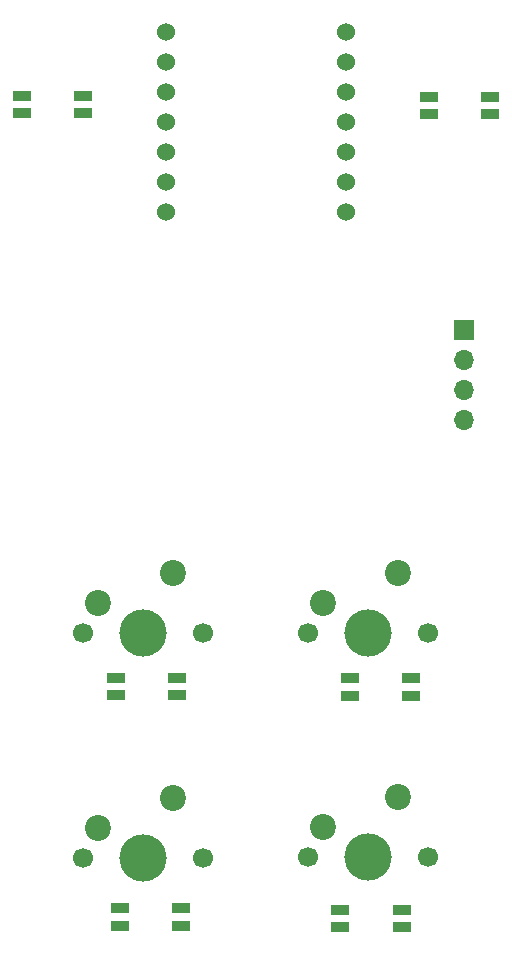
<source format=gbr>
%TF.GenerationSoftware,KiCad,Pcbnew,9.0.3*%
%TF.CreationDate,2026-01-29T20:12:38-03:00*%
%TF.ProjectId,hackpad,6861636b-7061-4642-9e6b-696361645f70,rev?*%
%TF.SameCoordinates,Original*%
%TF.FileFunction,Soldermask,Bot*%
%TF.FilePolarity,Negative*%
%FSLAX46Y46*%
G04 Gerber Fmt 4.6, Leading zero omitted, Abs format (unit mm)*
G04 Created by KiCad (PCBNEW 9.0.3) date 2026-01-29 20:12:38*
%MOMM*%
%LPD*%
G01*
G04 APERTURE LIST*
G04 Aperture macros list*
%AMRoundRect*
0 Rectangle with rounded corners*
0 $1 Rounding radius*
0 $2 $3 $4 $5 $6 $7 $8 $9 X,Y pos of 4 corners*
0 Add a 4 corners polygon primitive as box body*
4,1,4,$2,$3,$4,$5,$6,$7,$8,$9,$2,$3,0*
0 Add four circle primitives for the rounded corners*
1,1,$1+$1,$2,$3*
1,1,$1+$1,$4,$5*
1,1,$1+$1,$6,$7*
1,1,$1+$1,$8,$9*
0 Add four rect primitives between the rounded corners*
20,1,$1+$1,$2,$3,$4,$5,0*
20,1,$1+$1,$4,$5,$6,$7,0*
20,1,$1+$1,$6,$7,$8,$9,0*
20,1,$1+$1,$8,$9,$2,$3,0*%
G04 Aperture macros list end*
%ADD10R,1.700000X1.700000*%
%ADD11O,1.700000X1.700000*%
%ADD12RoundRect,0.082000X-0.718000X0.328000X-0.718000X-0.328000X0.718000X-0.328000X0.718000X0.328000X0*%
%ADD13C,1.700000*%
%ADD14C,4.000000*%
%ADD15C,2.200000*%
%ADD16C,1.524000*%
G04 APERTURE END LIST*
D10*
%TO.C,J1*%
X169490000Y-79305000D03*
D11*
X169490000Y-81845000D03*
X169490000Y-84385000D03*
X169490000Y-86925000D03*
%TD*%
D12*
%TO.C,D1*%
X140050001Y-108747158D03*
X140050001Y-110247158D03*
X145250001Y-110247158D03*
X145250001Y-108747158D03*
%TD*%
D13*
%TO.C,SW4*%
X156355000Y-123965000D03*
D14*
X161435000Y-123965000D03*
D13*
X166515000Y-123965000D03*
D15*
X163975000Y-118885000D03*
X157625000Y-121425000D03*
%TD*%
D12*
%TO.C,D2*%
X159837501Y-108799958D03*
X159837501Y-110299958D03*
X165037501Y-110299958D03*
X165037501Y-108799958D03*
%TD*%
%TO.C,D6*%
X132075001Y-59474958D03*
X132075001Y-60974958D03*
X137275001Y-60974958D03*
X137275001Y-59474958D03*
%TD*%
%TO.C,D4*%
X159037501Y-128399958D03*
X159037501Y-129899958D03*
X164237501Y-129899958D03*
X164237501Y-128399958D03*
%TD*%
D13*
%TO.C,SW1*%
X137305000Y-104965000D03*
D14*
X142385000Y-104965000D03*
D13*
X147465000Y-104965000D03*
D15*
X144925000Y-99885000D03*
X138575000Y-102425000D03*
%TD*%
D12*
%TO.C,D5*%
X166550001Y-59549958D03*
X166550001Y-61049958D03*
X171750001Y-61049958D03*
X171750001Y-59549958D03*
%TD*%
D13*
%TO.C,SW3*%
X137290000Y-123995000D03*
D14*
X142370000Y-123995000D03*
D13*
X147450000Y-123995000D03*
D15*
X144910000Y-118915000D03*
X138560000Y-121455000D03*
%TD*%
D13*
%TO.C,SW2*%
X156355000Y-104965000D03*
D14*
X161435000Y-104965000D03*
D13*
X166515000Y-104965000D03*
D15*
X163975000Y-99885000D03*
X157625000Y-102425000D03*
%TD*%
D12*
%TO.C,D3*%
X140387501Y-128247158D03*
X140387501Y-129747158D03*
X145587501Y-129747158D03*
X145587501Y-128247158D03*
%TD*%
D16*
%TO.C,U1*%
X144330000Y-54048500D03*
X144330000Y-56588500D03*
X144330000Y-59128500D03*
X144330000Y-61668500D03*
X144330000Y-64208500D03*
X144330000Y-66748500D03*
X144330000Y-69288500D03*
X159570000Y-69288500D03*
X159570000Y-66748500D03*
X159570000Y-64208500D03*
X159570000Y-61668500D03*
X159570000Y-59128500D03*
X159570000Y-56588500D03*
X159570000Y-54048500D03*
%TD*%
M02*

</source>
